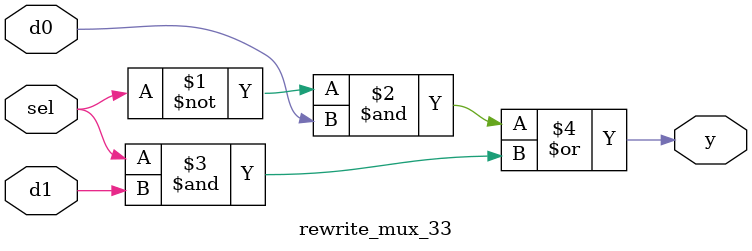
<source format=sv>
module rewrite_mux_33(input logic sel, d0, d1, output logic y);
  assign y = (~sel & d0) | (sel & d1);
endmodule

</source>
